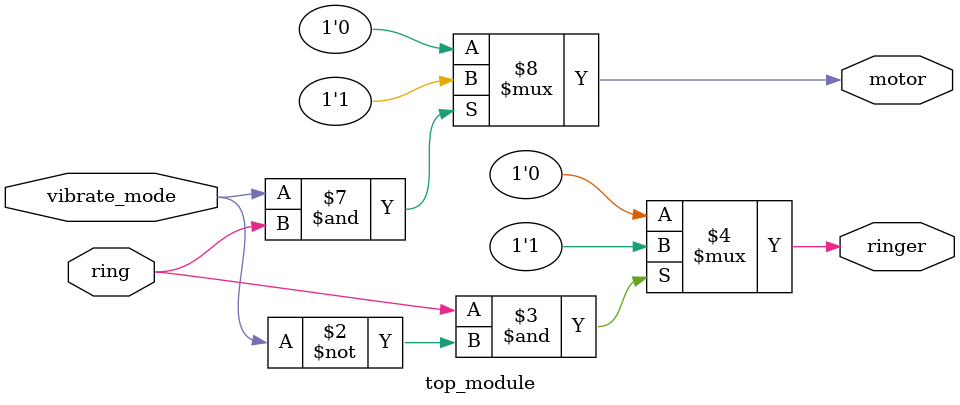
<source format=v>
module top_module (
    input ring,
    input vibrate_mode,
    output ringer,       
    output motor        
);
    assign ringer=(ring==1 & vibrate_mode==0)?1'b1:1'b0;
    assign motor=(vibrate_mode==1 & ring==1)?1'b1:1'b0;

endmodule

</source>
